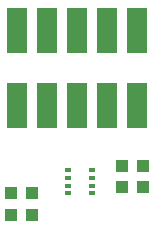
<source format=gbr>
G04 #@! TF.GenerationSoftware,KiCad,Pcbnew,5.1.5+dfsg1-2build2*
G04 #@! TF.CreationDate,2021-02-10T08:24:25+02:00*
G04 #@! TF.ProjectId,MOD-BME280_RevB,4d4f442d-424d-4453-9238-305f52657642,rev?*
G04 #@! TF.SameCoordinates,Original*
G04 #@! TF.FileFunction,Paste,Top*
G04 #@! TF.FilePolarity,Positive*
%FSLAX46Y46*%
G04 Gerber Fmt 4.6, Leading zero omitted, Abs format (unit mm)*
G04 Created by KiCad (PCBNEW 5.1.5+dfsg1-2build2) date 2021-02-10 08:24:25*
%MOMM*%
%LPD*%
G04 APERTURE LIST*
%ADD10C,0.600000*%
%ADD11R,0.500000X0.325000*%
%ADD12R,1.016000X1.016000*%
G04 APERTURE END LIST*
D10*
G36*
X109640000Y-71373222D02*
G01*
X109640000Y-67563222D01*
X111340000Y-67563222D01*
X111340000Y-71373222D01*
X109640000Y-71373222D01*
G37*
G36*
X107100000Y-71373222D02*
G01*
X107100000Y-67563222D01*
X108800000Y-67563222D01*
X108800000Y-71373222D01*
X107100000Y-71373222D01*
G37*
G36*
X104560000Y-71373222D02*
G01*
X104560000Y-67563222D01*
X106260000Y-67563222D01*
X106260000Y-71373222D01*
X104560000Y-71373222D01*
G37*
G36*
X102020000Y-71373222D02*
G01*
X102020000Y-67563222D01*
X103720000Y-67563222D01*
X103720000Y-71373222D01*
X102020000Y-71373222D01*
G37*
G36*
X99480000Y-71373222D02*
G01*
X99480000Y-67563222D01*
X101180000Y-67563222D01*
X101180000Y-71373222D01*
X99480000Y-71373222D01*
G37*
G36*
X99480000Y-77723222D02*
G01*
X99480000Y-73913222D01*
X101180000Y-73913222D01*
X101180000Y-77723222D01*
X99480000Y-77723222D01*
G37*
G36*
X102020000Y-77723222D02*
G01*
X102020000Y-73913222D01*
X103720000Y-73913222D01*
X103720000Y-77723222D01*
X102020000Y-77723222D01*
G37*
G36*
X104560000Y-77723222D02*
G01*
X104560000Y-73913222D01*
X106260000Y-73913222D01*
X106260000Y-77723222D01*
X104560000Y-77723222D01*
G37*
G36*
X107100000Y-77723222D02*
G01*
X107100000Y-73913222D01*
X108800000Y-73913222D01*
X108800000Y-77723222D01*
X107100000Y-77723222D01*
G37*
G36*
X109640000Y-77723222D02*
G01*
X109640000Y-73913222D01*
X111340000Y-73913222D01*
X111340000Y-77723222D01*
X109640000Y-77723222D01*
G37*
D11*
X104639000Y-83220200D03*
X104639000Y-82570200D03*
X104639000Y-81920200D03*
X104639000Y-81270200D03*
X106689000Y-81270200D03*
X106689000Y-81920200D03*
X106689000Y-82570200D03*
X106689000Y-83220200D03*
D12*
X109207300Y-82715100D03*
X110985300Y-82715100D03*
X99783900Y-85013800D03*
X101561900Y-85013800D03*
X101574600Y-83172300D03*
X99796600Y-83172300D03*
X109207300Y-80899000D03*
X110985300Y-80899000D03*
M02*

</source>
